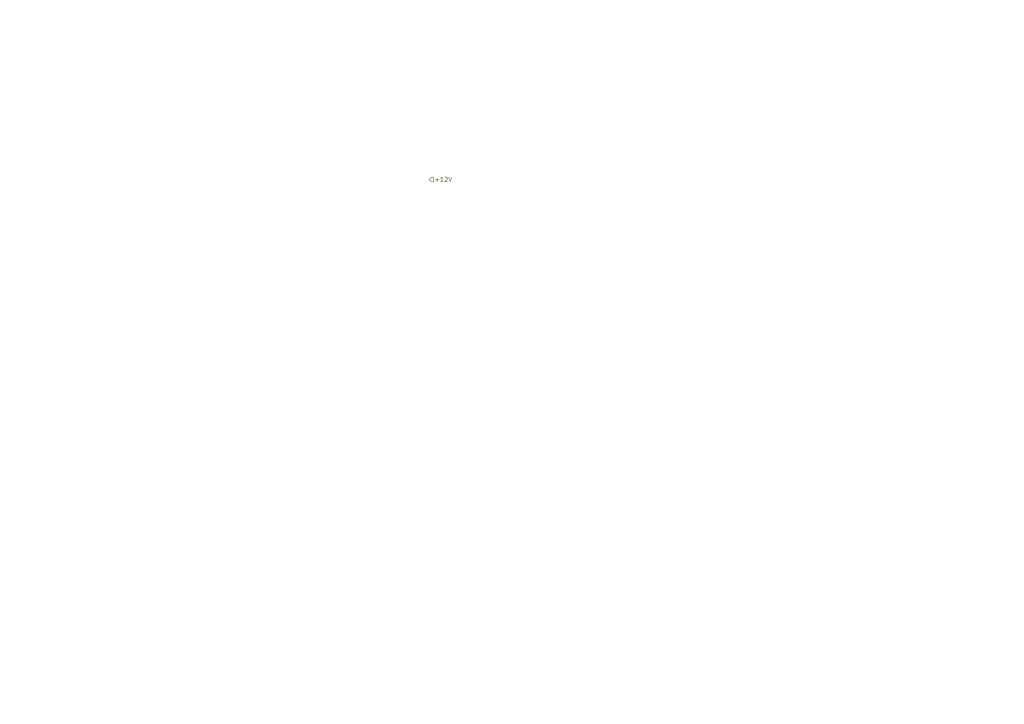
<source format=kicad_sch>
(kicad_sch (version 20211123) (generator eeschema)
  (paper "A4")
  (lib_symbols)
  (hierarchical_label "+12V" (shape input) (at 124.46 52.07 0))
)
</source>
